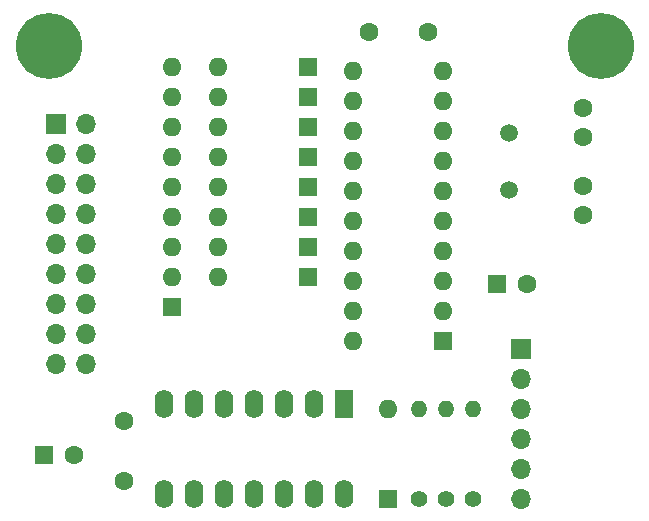
<source format=gbr>
%TF.GenerationSoftware,KiCad,Pcbnew,(5.1.9)-1*%
%TF.CreationDate,2021-05-20T14:53:22+02:00*%
%TF.ProjectId,pmd-keyface,706d642d-6b65-4796-9661-63652e6b6963,rev?*%
%TF.SameCoordinates,Original*%
%TF.FileFunction,Soldermask,Bot*%
%TF.FilePolarity,Negative*%
%FSLAX46Y46*%
G04 Gerber Fmt 4.6, Leading zero omitted, Abs format (unit mm)*
G04 Created by KiCad (PCBNEW (5.1.9)-1) date 2021-05-20 14:53:22*
%MOMM*%
%LPD*%
G01*
G04 APERTURE LIST*
%ADD10R,1.700000X1.700000*%
%ADD11O,1.700000X1.700000*%
%ADD12C,5.600000*%
%ADD13C,1.600000*%
%ADD14R,1.600000X1.600000*%
%ADD15O,1.600000X1.600000*%
%ADD16C,1.400000*%
%ADD17O,1.400000X1.400000*%
%ADD18R,1.600000X2.400000*%
%ADD19O,1.600000X2.400000*%
%ADD20C,1.500000*%
G04 APERTURE END LIST*
D10*
%TO.C,J2*%
X121666000Y-81280000D03*
D11*
X121666000Y-83820000D03*
X121666000Y-86360000D03*
X121666000Y-88900000D03*
X121666000Y-91440000D03*
X121666000Y-93980000D03*
%TD*%
D12*
%TO.C,MH2*%
X128397000Y-55626000D03*
%TD*%
%TO.C,MH1*%
X81661000Y-55626000D03*
%TD*%
D13*
%TO.C,C1*%
X113792000Y-54483000D03*
X108792000Y-54483000D03*
%TD*%
%TO.C,C2*%
X126873000Y-63373000D03*
X126873000Y-60873000D03*
%TD*%
%TO.C,C3*%
X126873000Y-69977000D03*
X126873000Y-67477000D03*
%TD*%
D14*
%TO.C,C4*%
X119634000Y-75819000D03*
D13*
X122134000Y-75819000D03*
%TD*%
D14*
%TO.C,C5*%
X81280000Y-90297000D03*
D13*
X83780000Y-90297000D03*
%TD*%
%TO.C,C6*%
X88011000Y-87456000D03*
X88011000Y-92456000D03*
%TD*%
D14*
%TO.C,D1*%
X110363000Y-93980000D03*
D15*
X110363000Y-86360000D03*
%TD*%
D14*
%TO.C,D2*%
X103632000Y-57404000D03*
D15*
X96012000Y-57404000D03*
%TD*%
%TO.C,D3*%
X96012000Y-59944000D03*
D14*
X103632000Y-59944000D03*
%TD*%
%TO.C,D4*%
X103632000Y-62484000D03*
D15*
X96012000Y-62484000D03*
%TD*%
%TO.C,D5*%
X96012000Y-65024000D03*
D14*
X103632000Y-65024000D03*
%TD*%
%TO.C,D6*%
X103632000Y-67564000D03*
D15*
X96012000Y-67564000D03*
%TD*%
%TO.C,D7*%
X96012000Y-70104000D03*
D14*
X103632000Y-70104000D03*
%TD*%
%TO.C,D8*%
X103632000Y-72644000D03*
D15*
X96012000Y-72644000D03*
%TD*%
%TO.C,D9*%
X96012000Y-75184000D03*
D14*
X103632000Y-75184000D03*
%TD*%
D10*
%TO.C,J1*%
X82296000Y-62230000D03*
D11*
X84836000Y-62230000D03*
X82296000Y-64770000D03*
X84836000Y-64770000D03*
X82296000Y-67310000D03*
X84836000Y-67310000D03*
X82296000Y-69850000D03*
X84836000Y-69850000D03*
X82296000Y-72390000D03*
X84836000Y-72390000D03*
X82296000Y-74930000D03*
X84836000Y-74930000D03*
X82296000Y-77470000D03*
X84836000Y-77470000D03*
X82296000Y-80010000D03*
X84836000Y-80010000D03*
X82296000Y-82550000D03*
X84836000Y-82550000D03*
%TD*%
D16*
%TO.C,R1*%
X113030000Y-93980000D03*
D17*
X113030000Y-86360000D03*
%TD*%
%TO.C,R2*%
X115316000Y-86360000D03*
D16*
X115316000Y-93980000D03*
%TD*%
%TO.C,R3*%
X117602000Y-93980000D03*
D17*
X117602000Y-86360000D03*
%TD*%
D14*
%TO.C,RN1*%
X92075000Y-77724000D03*
D15*
X92075000Y-75184000D03*
X92075000Y-72644000D03*
X92075000Y-70104000D03*
X92075000Y-67564000D03*
X92075000Y-65024000D03*
X92075000Y-62484000D03*
X92075000Y-59944000D03*
X92075000Y-57404000D03*
%TD*%
D14*
%TO.C,U1*%
X115062000Y-80645000D03*
D15*
X107442000Y-57785000D03*
X115062000Y-78105000D03*
X107442000Y-60325000D03*
X115062000Y-75565000D03*
X107442000Y-62865000D03*
X115062000Y-73025000D03*
X107442000Y-65405000D03*
X115062000Y-70485000D03*
X107442000Y-67945000D03*
X115062000Y-67945000D03*
X107442000Y-70485000D03*
X115062000Y-65405000D03*
X107442000Y-73025000D03*
X115062000Y-62865000D03*
X107442000Y-75565000D03*
X115062000Y-60325000D03*
X107442000Y-78105000D03*
X115062000Y-57785000D03*
X107442000Y-80645000D03*
%TD*%
D18*
%TO.C,U2*%
X106680000Y-85979000D03*
D19*
X91440000Y-93599000D03*
X104140000Y-85979000D03*
X93980000Y-93599000D03*
X101600000Y-85979000D03*
X96520000Y-93599000D03*
X99060000Y-85979000D03*
X99060000Y-93599000D03*
X96520000Y-85979000D03*
X101600000Y-93599000D03*
X93980000Y-85979000D03*
X104140000Y-93599000D03*
X91440000Y-85979000D03*
X106680000Y-93599000D03*
%TD*%
D20*
%TO.C,Y1*%
X120650000Y-62992000D03*
X120650000Y-67872000D03*
%TD*%
M02*

</source>
